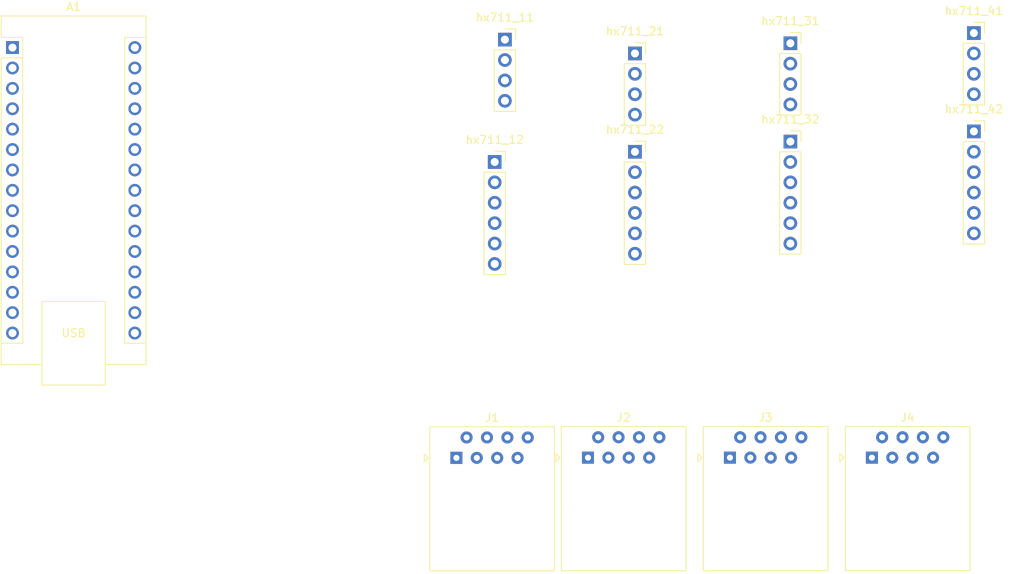
<source format=kicad_pcb>
(kicad_pcb (version 20240108) (generator "pcbnew") (generator_version "8.0")
  (layers (0 "F.Cu" signal) (31 "B.Cu" signal) (34 "B.Paste" user) (35 "F.Paste" user) (36 "B.SilkS" user "B.Silkscreen") (37 "F.SilkS" user "F.Silkscreen") (38 "B.Mask" user) (39 "F.Mask" user) (44 "Edge.Cuts" user))
  (net 0 "")
  (net 4 "DT2")
  (net 6 "DT1")
  (net 18 "SCK")
  (net 22 "DT3")
  (net 28 "DT4")
  (net 31 "5V")
  (net 32 "GND")
  (net 49 "Net-(hx711_12-Pin_6)")
  (net 50 "Net-(hx711_12-Pin_5)")
  (net 51 "Net-(hx711_12-Pin_4)")
  (net 52 "Net-(hx711_12-Pin_3)")
  (net 53 "Net-(hx711_22-Pin_3)")
  (net 54 "Net-(hx711_22-Pin_5)")
  (net 55 "Net-(hx711_22-Pin_6)")
  (net 56 "Net-(hx711_22-Pin_4)")
  (net 57 "Net-(hx711_32-Pin_4)")
  (net 58 "Net-(hx711_32-Pin_6)")
  (net 59 "Net-(hx711_32-Pin_3)")
  (net 60 "Net-(hx711_32-Pin_5)")
  (net 61 "Net-(hx711_42-Pin_3)")
  (net 62 "Net-(hx711_42-Pin_6)")
  (net 63 "Net-(hx711_42-Pin_5)")
  (net 64 "Net-(hx711_42-Pin_4)")
  (footprint "Connector_RJ:RJ45_Amphenol_54602-x08_Horizontal" (layer "F.Cu") (at 174.299577 82.576813)
    (property "Reference" "J1" (at 4.445 -5 0) (layer "F.SilkS"))
    (property "Value" "RJ45")
    (fp_line (start -4 -0.5) (end -4 0.5) (stroke (width 0.12)) (layer "F.SilkS"))
    (fp_line (start -4 0.5) (end -3.5 0) (stroke (width 0.12)) (layer "F.SilkS"))
    (fp_line (start -3.5 0) (end -4 -0.5) (stroke (width 0.12)) (layer "F.SilkS"))
    (fp_line (start -3.315 -3.88) (end -3.315 14.08) (stroke (width 0.12)) (layer "F.SilkS"))
    (fp_line (start -3.315 14.08) (end 12.205 14.08) (stroke (width 0.12)) (layer "F.SilkS"))
    (fp_line (start 12.205 -3.88) (end -3.315 -3.88) (stroke (width 0.12)) (layer "F.SilkS"))
    (fp_line (start 12.205 -3.88) (end 12.205 14.08) (stroke (width 0.12)) (layer "F.SilkS"))
    (pad "" np_thru_hole circle (at -1.27 6.35) (size 3.2 3.2) (drill 3.2) (layers "*.Cu" "*.Mask"))
    (pad "" np_thru_hole circle (at 10.16 6.35) (size 3.2 3.2) (drill 3.2) (layers "*.Cu" "*.Mask"))
    (pad "1" thru_hole rect (at 0 0) (size 1.5 1.5) (drill 0.76) (layers "*.Cu" "*.Mask") (net 52 "Net-(hx711_12-Pin_3)"))
    (pad "2" thru_hole circle (at 1.27 -2.54) (size 1.5 1.5) (drill 0.76) (layers "*.Cu" "*.Mask") (net 51 "Net-(hx711_12-Pin_4)"))
    (pad "3" thru_hole circle (at 2.54 0) (size 1.5 1.5) (drill 0.76) (layers "*.Cu" "*.Mask"))
    (pad "4" thru_hole circle (at 3.81 -2.54) (size 1.5 1.5) (drill 0.76) (layers "*.Cu" "*.Mask") (net 49 "Net-(hx711_12-Pin_6)"))
    (pad "5" thru_hole circle (at 5.08 0) (size 1.5 1.5) (drill 0.76) (layers "*.Cu" "*.Mask") (net 50 "Net-(hx711_12-Pin_5)"))
    (pad "6" thru_hole circle (at 6.35 -2.54) (size 1.5 1.5) (drill 0.76) (layers "*.Cu" "*.Mask"))
    (pad "7" thru_hole circle (at 7.62 0) (size 1.5 1.5) (drill 0.76) (layers "*.Cu" "*.Mask"))
    (pad "8" thru_hole circle (at 8.89 -2.54) (size 1.5 1.5) (drill 0.76) (layers "*.Cu" "*.Mask"))
  )
  (footprint "Connector_PinSocket_2.54mm:PinSocket_1x04_P2.54mm_Vertical" (layer "F.Cu") (at 180.34 30.48)
    (property "Reference" "hx711_11" (at 0 -2.77 360) (layer "F.SilkS"))
    (property "Value" "Conn_01x04_Pin")
    (fp_line (start -1.33 1.27) (end -1.33 8.95) (stroke (width 0.12)) (layer "F.SilkS"))
    (fp_line (start -1.33 1.27) (end 1.33 1.27) (stroke (width 0.12)) (layer "F.SilkS"))
    (fp_line (start -1.33 8.95) (end 1.33 8.95) (stroke (width 0.12)) (layer "F.SilkS"))
    (fp_line (start 0 -1.33) (end 1.33 -1.33) (stroke (width 0.12)) (layer "F.SilkS"))
    (fp_line (start 1.33 -1.33) (end 1.33 0) (stroke (width 0.12)) (layer "F.SilkS"))
    (fp_line (start 1.33 1.27) (end 1.33 8.95) (stroke (width 0.12)) (layer "F.SilkS"))
    (pad "1" thru_hole rect (at 0 0) (size 1.7 1.7) (drill 1) (layers "*.Cu" "*.Mask") (net 31 "5V"))
    (pad "2" thru_hole oval (at 0 2.54) (size 1.7 1.7) (drill 1) (layers "*.Cu" "*.Mask") (net 18 "SCK"))
    (pad "3" thru_hole oval (at 0 5.08) (size 1.7 1.7) (drill 1) (layers "*.Cu" "*.Mask") (net 6 "DT1"))
    (pad "4" thru_hole oval (at 0 7.62) (size 1.7 1.7) (drill 1) (layers "*.Cu" "*.Mask") (net 32 "GND"))
  )
  (footprint "Connector_PinSocket_2.54mm:PinSocket_1x06_P2.54mm_Vertical" (layer "F.Cu") (at 238.76 41.91)
    (property "Reference" "hx711_42" (at 0 -2.77 0) (layer "F.SilkS"))
    (property "Value" "Conn_01x06_Pin")
    (fp_line (start -1.33 1.27) (end -1.33 14.03) (stroke (width 0.12)) (layer "F.SilkS"))
    (fp_line (start -1.33 1.27) (end 1.33 1.27) (stroke (width 0.12)) (layer "F.SilkS"))
    (fp_line (start -1.33 14.03) (end 1.33 14.03) (stroke (width 0.12)) (layer "F.SilkS"))
    (fp_line (start 0 -1.33) (end 1.33 -1.33) (stroke (width 0.12)) (layer "F.SilkS"))
    (fp_line (start 1.33 -1.33) (end 1.33 0) (stroke (width 0.12)) (layer "F.SilkS"))
    (fp_line (start 1.33 1.27) (end 1.33 14.03) (stroke (width 0.12)) (layer "F.SilkS"))
    (pad "1" thru_hole rect (at 0 0) (size 1.7 1.7) (drill 1) (layers "*.Cu" "*.Mask"))
    (pad "2" thru_hole oval (at 0 2.54) (size 1.7 1.7) (drill 1) (layers "*.Cu" "*.Mask"))
    (pad "3" thru_hole oval (at 0 5.08) (size 1.7 1.7) (drill 1) (layers "*.Cu" "*.Mask") (net 61 "Net-(hx711_42-Pin_3)"))
    (pad "4" thru_hole oval (at 0 7.62) (size 1.7 1.7) (drill 1) (layers "*.Cu" "*.Mask") (net 64 "Net-(hx711_42-Pin_4)"))
    (pad "5" thru_hole oval (at 0 10.16) (size 1.7 1.7) (drill 1) (layers "*.Cu" "*.Mask") (net 63 "Net-(hx711_42-Pin_5)"))
    (pad "6" thru_hole oval (at 0 12.7) (size 1.7 1.7) (drill 1) (layers "*.Cu" "*.Mask") (net 62 "Net-(hx711_42-Pin_6)"))
  )
  (footprint "Connector_PinSocket_2.54mm:PinSocket_1x04_P2.54mm_Vertical" (layer "F.Cu") (at 238.76 29.66)
    (property "Reference" "hx711_41" (at 0 -2.77 0) (layer "F.SilkS"))
    (property "Value" "Conn_01x04_Pin")
    (fp_line (start -1.33 1.27) (end -1.33 8.95) (stroke (width 0.12)) (layer "F.SilkS"))
    (fp_line (start -1.33 1.27) (end 1.33 1.27) (stroke (width 0.12)) (layer "F.SilkS"))
    (fp_line (start -1.33 8.95) (end 1.33 8.95) (stroke (width 0.12)) (layer "F.SilkS"))
    (fp_line (start 0 -1.33) (end 1.33 -1.33) (stroke (width 0.12)) (layer "F.SilkS"))
    (fp_line (start 1.33 -1.33) (end 1.33 0) (stroke (width 0.12)) (layer "F.SilkS"))
    (fp_line (start 1.33 1.27) (end 1.33 8.95) (stroke (width 0.12)) (layer "F.SilkS"))
    (pad "1" thru_hole rect (at 0 0) (size 1.7 1.7) (drill 1) (layers "*.Cu" "*.Mask") (net 31 "5V"))
    (pad "2" thru_hole oval (at 0 2.54) (size 1.7 1.7) (drill 1) (layers "*.Cu" "*.Mask") (net 18 "SCK"))
    (pad "3" thru_hole oval (at 0 5.08) (size 1.7 1.7) (drill 1) (layers "*.Cu" "*.Mask") (net 28 "DT4"))
    (pad "4" thru_hole oval (at 0 7.62) (size 1.7 1.7) (drill 1) (layers "*.Cu" "*.Mask") (net 32 "GND"))
  )
  (footprint "Connector_PinSocket_2.54mm:PinSocket_1x06_P2.54mm_Vertical" (layer "F.Cu") (at 179.07 45.72)
    (property "Reference" "hx711_12" (at 0 -2.77 360) (layer "F.SilkS"))
    (property "Value" "Conn_01x06_Pin")
    (fp_line (start -1.33 1.27) (end -1.33 14.03) (stroke (width 0.12)) (layer "F.SilkS"))
    (fp_line (start -1.33 1.27) (end 1.33 1.27) (stroke (width 0.12)) (layer "F.SilkS"))
    (fp_line (start -1.33 14.03) (end 1.33 14.03) (stroke (width 0.12)) (layer "F.SilkS"))
    (fp_line (start 0 -1.33) (end 1.33 -1.33) (stroke (width 0.12)) (layer "F.SilkS"))
    (fp_line (start 1.33 -1.33) (end 1.33 0) (stroke (width 0.12)) (layer "F.SilkS"))
    (fp_line (start 1.33 1.27) (end 1.33 14.03) (stroke (width 0.12)) (layer "F.SilkS"))
    (pad "1" thru_hole rect (at 0 0) (size 1.7 1.7) (drill 1) (layers "*.Cu" "*.Mask"))
    (pad "2" thru_hole oval (at 0 2.54) (size 1.7 1.7) (drill 1) (layers "*.Cu" "*.Mask"))
    (pad "3" thru_hole oval (at 0 5.08) (size 1.7 1.7) (drill 1) (layers "*.Cu" "*.Mask") (net 52 "Net-(hx711_12-Pin_3)"))
    (pad "4" thru_hole oval (at 0 7.62) (size 1.7 1.7) (drill 1) (layers "*.Cu" "*.Mask") (net 51 "Net-(hx711_12-Pin_4)"))
    (pad "5" thru_hole oval (at 0 10.16) (size 1.7 1.7) (drill 1) (layers "*.Cu" "*.Mask") (net 50 "Net-(hx711_12-Pin_5)"))
    (pad "6" thru_hole oval (at 0 12.7) (size 1.7 1.7) (drill 1) (layers "*.Cu" "*.Mask") (net 49 "Net-(hx711_12-Pin_6)"))
  )
  (footprint "Module:Arduino_Nano" (layer "F.Cu") (at 119 31.47)
    (property "Reference" "A1" (at 7.62 -5.08 0) (layer "F.SilkS"))
    (property "Value" "Arduino_Nano_v3.x")
    (fp_line (start -1.4 -3.94) (end -1.4 -1.27) (stroke (width 0.12)) (layer "F.SilkS"))
    (fp_line (start -1.4 1.27) (end -1.4 39.5) (stroke (width 0.12)) (layer "F.SilkS"))
    (fp_line (start -1.4 39.5) (end 3.68 39.5) (stroke (width 0.12)) (layer "F.SilkS"))
    (fp_line (start 1.27 -1.27) (end -1.4 -1.27) (stroke (width 0.12)) (layer "F.SilkS"))
    (fp_line (start 1.27 1.27) (end -1.4 1.27) (stroke (width 0.12)) (layer "F.SilkS"))
    (fp_line (start 1.27 1.27) (end 1.27 -1.27) (stroke (width 0.12)) (layer "F.SilkS"))
    (fp_line (start 1.27 1.27) (end 1.27 36.83) (stroke (width 0.12)) (layer "F.SilkS"))
    (fp_line (start 1.27 36.83) (end -1.4 36.83) (stroke (width 0.12)) (layer "F.SilkS"))
    (fp_line (start 3.68 31.62) (end 11.56 31.62) (stroke (width 0.12)) (layer "F.SilkS"))
    (fp_line (start 3.68 42.04) (end 3.68 31.62) (stroke (width 0.12)) (layer "F.SilkS"))
    (fp_line (start 11.56 31.62) (end 11.56 42.04) (stroke (width 0.12)) (layer "F.SilkS"))
    (fp_line (start 11.56 42.04) (end 3.68 42.04) (stroke (width 0.12)) (layer "F.SilkS"))
    (fp_line (start 13.97 -1.27) (end 13.97 36.83) (stroke (width 0.12)) (layer "F.SilkS"))
    (fp_line (start 13.97 -1.27) (end 16.64 -1.27) (stroke (width 0.12)) (layer "F.SilkS"))
    (fp_line (start 13.97 36.83) (end 16.64 36.83) (stroke (width 0.12)) (layer "F.SilkS"))
    (fp_line (start 16.64 -3.94) (end -1.4 -3.94) (stroke (width 0.12)) (layer "F.SilkS"))
    (fp_line (start 16.64 39.5) (end 11.56 39.5) (stroke (width 0.12)) (layer "F.SilkS"))
    (fp_line (start 16.64 39.5) (end 16.64 -3.94) (stroke (width 0.12)) (layer "F.SilkS"))
    (fp_text user "USB" (at 7.62 35.56 0) (layer "F.SilkS"))
    (pad "1" thru_hole rect (at 0 0) (size 1.6 1.6) (drill 1) (layers "*.Cu" "*.Mask"))
    (pad "2" thru_hole oval (at 0 2.54) (size 1.6 1.6) (drill 1) (layers "*.Cu" "*.Mask"))
    (pad "3" thru_hole oval (at 0 5.08) (size 1.6 1.6) (drill 1) (layers "*.Cu" "*.Mask"))
    (pad "4" thru_hole oval (at 0 7.62) (size 1.6 1.6) (drill 1) (layers "*.Cu" "*.Mask"))
    (pad "5" thru_hole oval (at 0 10.16) (size 1.6 1.6) (drill 1) (layers "*.Cu" "*.Mask") (net 18 "SCK"))
    (pad "6" thru_hole oval (at 0 12.7) (size 1.6 1.6) (drill 1) (layers "*.Cu" "*.Mask") (net 6 "DT1"))
    (pad "7" thru_hole oval (at 0 15.24) (size 1.6 1.6) (drill 1) (layers "*.Cu" "*.Mask") (net 4 "DT2"))
    (pad "8" thru_hole oval (at 0 17.78) (size 1.6 1.6) (drill 1) (layers "*.Cu" "*.Mask") (net 22 "DT3"))
    (pad "9" thru_hole oval (at 0 20.32) (size 1.6 1.6) (drill 1) (layers "*.Cu" "*.Mask") (net 28 "DT4"))
    (pad "10" thru_hole oval (at 0 22.86) (size 1.6 1.6) (drill 1) (layers "*.Cu" "*.Mask"))
    (pad "11" thru_hole oval (at 0 25.4) (size 1.6 1.6) (drill 1) (layers "*.Cu" "*.Mask"))
    (pad "12" thru_hole oval (at 0 27.94) (size 1.6 1.6) (drill 1) (layers "*.Cu" "*.Mask"))
    (pad "13" thru_hole oval (at 0 30.48) (size 1.6 1.6) (drill 1) (layers "*.Cu" "*.Mask"))
    (pad "14" thru_hole oval (at 0 33.02) (size 1.6 1.6) (drill 1) (layers "*.Cu" "*.Mask"))
    (pad "15" thru_hole oval (at 0 35.56) (size 1.6 1.6) (drill 1) (layers "*.Cu" "*.Mask"))
    (pad "16" thru_hole oval (at 15.24 35.56) (size 1.6 1.6) (drill 1) (layers "*.Cu" "*.Mask"))
    (pad "17" thru_hole oval (at 15.24 33.02) (size 1.6 1.6) (drill 1) (layers "*.Cu" "*.Mask"))
    (pad "18" thru_hole oval (at 15.24 30.48) (size 1.6 1.6) (drill 1) (layers "*.Cu" "*.Mask"))
    (pad "19" thru_hole oval (at 15.24 27.94) (size 1.6 1.6) (drill 1) (layers "*.Cu" "*.Mask"))
    (pad "20" thru_hole oval (at 15.24 25.4) (size 1.6 1.6) (drill 1) (layers "*.Cu" "*.Mask"))
    (pad "21" thru_hole oval (at 15.24 22.86) (size 1.6 1.6) (drill 1) (layers "*.Cu" "*.Mask"))
    (pad "22" thru_hole oval (at 15.24 20.32) (size 1.6 1.6) (drill 1) (layers "*.Cu" "*.Mask"))
    (pad "23" thru_hole oval (at 15.24 17.78) (size 1.6 1.6) (drill 1) (layers "*.Cu" "*.Mask"))
    (pad "24" thru_hole oval (at 15.24 15.24) (size 1.6 1.6) (drill 1) (layers "*.Cu" "*.Mask"))
    (pad "25" thru_hole oval (at 15.24 12.7) (size 1.6 1.6) (drill 1) (layers "*.Cu" "*.Mask"))
    (pad "26" thru_hole oval (at 15.24 10.16) (size 1.6 1.6) (drill 1) (layers "*.Cu" "*.Mask"))
    (pad "27" thru_hole oval (at 15.24 7.62) (size 1.6 1.6) (drill 1) (layers "*.Cu" "*.Mask"))
    (pad "28" thru_hole oval (at 15.24 5.08) (size 1.6 1.6) (drill 1) (layers "*.Cu" "*.Mask"))
    (pad "29" thru_hole oval (at 15.24 2.54) (size 1.6 1.6) (drill 1) (layers "*.Cu" "*.Mask"))
    (pad "30" thru_hole oval (at 15.24 0) (size 1.6 1.6) (drill 1) (layers "*.Cu" "*.Mask"))
  )
  (footprint "Connector_PinSocket_2.54mm:PinSocket_1x04_P2.54mm_Vertical" (layer "F.Cu") (at 196.54 32.2)
    (property "Reference" "hx711_21" (at 0 -2.77 0) (layer "F.SilkS"))
    (property "Value" "Conn_01x04_Pin")
    (fp_line (start -1.33 1.27) (end -1.33 8.95) (stroke (width 0.12)) (layer "F.SilkS"))
    (fp_line (start -1.33 1.27) (end 1.33 1.27) (stroke (width 0.12)) (layer "F.SilkS"))
    (fp_line (start -1.33 8.95) (end 1.33 8.95) (stroke (width 0.12)) (layer "F.SilkS"))
    (fp_line (start 0 -1.33) (end 1.33 -1.33) (stroke (width 0.12)) (layer "F.SilkS"))
    (fp_line (start 1.33 -1.33) (end 1.33 0) (stroke (width 0.12)) (layer "F.SilkS"))
    (fp_line (start 1.33 1.27) (end 1.33 8.95) (stroke (width 0.12)) (layer "F.SilkS"))
    (pad "1" thru_hole rect (at 0 0) (size 1.7 1.7) (drill 1) (layers "*.Cu" "*.Mask") (net 31 "5V"))
    (pad "2" thru_hole oval (at 0 2.54) (size 1.7 1.7) (drill 1) (layers "*.Cu" "*.Mask") (net 18 "SCK"))
    (pad "3" thru_hole oval (at 0 5.08) (size 1.7 1.7) (drill 1) (layers "*.Cu" "*.Mask") (net 4 "DT2"))
    (pad "4" thru_hole oval (at 0 7.62) (size 1.7 1.7) (drill 1) (layers "*.Cu" "*.Mask") (net 32 "GND"))
  )
  (footprint "Connector_PinSocket_2.54mm:PinSocket_1x04_P2.54mm_Vertical" (layer "F.Cu") (at 215.9 30.93)
    (property "Reference" "hx711_31" (at 0 -2.77 0) (layer "F.SilkS"))
    (property "Value" "Conn_01x04_Pin")
    (fp_line (start -1.33 1.27) (end -1.33 8.95) (stroke (width 0.12)) (layer "F.SilkS"))
    (fp_line (start -1.33 1.27) (end 1.33 1.27) (stroke (width 0.12)) (layer "F.SilkS"))
    (fp_line (start -1.33 8.95) (end 1.33 8.95) (stroke (width 0.12)) (layer "F.SilkS"))
    (fp_line (start 0 -1.33) (end 1.33 -1.33) (stroke (width 0.12)) (layer "F.SilkS"))
    (fp_line (start 1.33 -1.33) (end 1.33 0) (stroke (width 0.12)) (layer "F.SilkS"))
    (fp_line (start 1.33 1.27) (end 1.33 8.95) (stroke (width 0.12)) (layer "F.SilkS"))
    (pad "1" thru_hole rect (at 0 0) (size 1.7 1.7) (drill 1) (layers "*.Cu" "*.Mask") (net 31 "5V"))
    (pad "2" thru_hole oval (at 0 2.54) (size 1.7 1.7) (drill 1) (layers "*.Cu" "*.Mask") (net 18 "SCK"))
    (pad "3" thru_hole oval (at 0 5.08) (size 1.7 1.7) (drill 1) (layers "*.Cu" "*.Mask") (net 22 "DT3"))
    (pad "4" thru_hole oval (at 0 7.62) (size 1.7 1.7) (drill 1) (layers "*.Cu" "*.Mask") (net 32 "GND"))
  )
  (footprint "Connector_PinSocket_2.54mm:PinSocket_1x06_P2.54mm_Vertical" (layer "F.Cu") (at 196.54 44.45)
    (property "Reference" "hx711_22" (at 0 -2.77 0) (layer "F.SilkS"))
    (property "Value" "Conn_01x06_Pin")
    (fp_line (start -1.33 1.27) (end -1.33 14.03) (stroke (width 0.12)) (layer "F.SilkS"))
    (fp_line (start -1.33 1.27) (end 1.33 1.27) (stroke (width 0.12)) (layer "F.SilkS"))
    (fp_line (start -1.33 14.03) (end 1.33 14.03) (stroke (width 0.12)) (layer "F.SilkS"))
    (fp_line (start 0 -1.33) (end 1.33 -1.33) (stroke (width 0.12)) (layer "F.SilkS"))
    (fp_line (start 1.33 -1.33) (end 1.33 0) (stroke (width 0.12)) (layer "F.SilkS"))
    (fp_line (start 1.33 1.27) (end 1.33 14.03) (stroke (width 0.12)) (layer "F.SilkS"))
    (pad "1" thru_hole rect (at 0 0) (size 1.7 1.7) (drill 1) (layers "*.Cu" "*.Mask"))
    (pad "2" thru_hole oval (at 0 2.54) (size 1.7 1.7) (drill 1) (layers "*.Cu" "*.Mask"))
    (pad "3" thru_hole oval (at 0 5.08) (size 1.7 1.7) (drill 1) (layers "*.Cu" "*.Mask") (net 53 "Net-(hx711_22-Pin_3)"))
    (pad "4" thru_hole oval (at 0 7.62) (size 1.7 1.7) (drill 1) (layers "*.Cu" "*.Mask") (net 56 "Net-(hx711_22-Pin_4)"))
    (pad "5" thru_hole oval (at 0 10.16) (size 1.7 1.7) (drill 1) (layers "*.Cu" "*.Mask") (net 54 "Net-(hx711_22-Pin_5)"))
    (pad "6" thru_hole oval (at 0 12.7) (size 1.7 1.7) (drill 1) (layers "*.Cu" "*.Mask") (net 55 "Net-(hx711_22-Pin_6)"))
  )
  (footprint "Connector_RJ:RJ45_Amphenol_54602-x08_Horizontal" (layer "F.Cu") (at 226.06 82.55)
    (property "Reference" "J4" (at 4.445 -5 0) (layer "F.SilkS"))
    (property "Value" "RJ45")
    (fp_line (start -4 -0.5) (end -4 0.5) (stroke (width 0.12)) (layer "F.SilkS"))
    (fp_line (start -4 0.5) (end -3.5 0) (stroke (width 0.12)) (layer "F.SilkS"))
    (fp_line (start -3.5 0) (end -4 -0.5) (stroke (width 0.12)) (layer "F.SilkS"))
    (fp_line (start -3.315 -3.88) (end -3.315 14.08) (stroke (width 0.12)) (layer "F.SilkS"))
    (fp_line (start -3.315 14.08) (end 12.205 14.08) (stroke (width 0.12)) (layer "F.SilkS"))
    (fp_line (start 12.205 -3.88) (end -3.315 -3.88) (stroke (width 0.12)) (layer "F.SilkS"))
    (fp_line (start 12.205 -3.88) (end 12.205 14.08) (stroke (width 0.12)) (layer "F.SilkS"))
    (pad "" np_thru_hole circle (at -1.27 6.35) (size 3.2 3.2) (drill 3.2) (layers "*.Cu" "*.Mask"))
    (pad "" np_thru_hole circle (at 10.16 6.35) (size 3.2 3.2) (drill 3.2) (layers "*.Cu" "*.Mask"))
    (pad "1" thru_hole rect (at 0 0) (size 1.5 1.5) (drill 0.76) (layers "*.Cu" "*.Mask") (net 61 "Net-(hx711_42-Pin_3)"))
    (pad "2" thru_hole circle (at 1.27 -2.54) (size 1.5 1.5) (drill 0.76) (layers "*.Cu" "*.Mask") (net 64 "Net-(hx711_42-Pin_4)"))
    (pad "3" thru_hole circle (at 2.54 0) (size 1.5 1.5) (drill 0.76) (layers "*.Cu" "*.Mask"))
    (pad "4" thru_hole circle (at 3.81 -2.54) (size 1.5 1.5) (drill 0.76) (layers "*.Cu" "*.Mask") (net 62 "Net-(hx711_42-Pin_6)"))
    (pad "5" thru_hole circle (at 5.08 0) (size 1.5 1.5) (drill 0.76) (layers "*.Cu" "*.Mask") (net 63 "Net-(hx711_42-Pin_5)"))
    (pad "6" thru_hole circle (at 6.35 -2.54) (size 1.5 1.5) (drill 0.76) (layers "*.Cu" "*.Mask"))
    (pad "7" thru_hole circle (at 7.62 0) (size 1.5 1.5) (drill 0.76) (layers "*.Cu" "*.Mask"))
    (pad "8" thru_hole circle (at 8.89 -2.54) (size 1.5 1.5) (drill 0.76) (layers "*.Cu" "*.Mask"))
  )
  (footprint "Connector_RJ:RJ45_Amphenol_54602-x08_Horizontal" (layer "F.Cu") (at 208.375 82.55)
    (property "Reference" "J3" (at 4.445 -5 0) (layer "F.SilkS"))
    (property "Value" "RJ45")
    (fp_line (start -4 -0.5) (end -4 0.5) (stroke (width 0.12)) (layer "F.SilkS"))
    (fp_line (start -4 0.5) (end -3.5 0) (stroke (width 0.12)) (layer "F.SilkS"))
    (fp_line (start -3.5 0) (end -4 -0.5) (stroke (width 0.12)) (layer "F.SilkS"))
    (fp_line (start -3.315 -3.88) (end -3.315 14.08) (stroke (width 0.12)) (layer "F.SilkS"))
    (fp_line (start -3.315 14.08) (end 12.205 14.08) (stroke (width 0.12)) (layer "F.SilkS"))
    (fp_line (start 12.205 -3.88) (end -3.315 -3.88) (stroke (width 0.12)) (layer "F.SilkS"))
    (fp_line (start 12.205 -3.88) (end 12.205 14.08) (stroke (width 0.12)) (layer "F.SilkS"))
    (pad "" np_thru_hole circle (at -1.27 6.35) (size 3.2 3.2) (drill 3.2) (layers "*.Cu" "*.Mask"))
    (pad "" np_thru_hole circle (at 10.16 6.35) (size 3.2 3.2) (drill 3.2) (layers "*.Cu" "*.Mask"))
    (pad "1" thru_hole rect (at 0 0) (size 1.5 1.5) (drill 0.76) (layers "*.Cu" "*.Mask") (net 59 "Net-(hx711_32-Pin_3)"))
    (pad "2" thru_hole circle (at 1.27 -2.54) (size 1.5 1.5) (drill 0.76) (layers "*.Cu" "*.Mask") (net 57 "Net-(hx711_32-Pin_4)"))
    (pad "3" thru_hole circle (at 2.54 0) (size 1.5 1.5) (drill 0.76) (layers "*.Cu" "*.Mask"))
    (pad "4" thru_hole circle (at 3.81 -2.54) (size 1.5 1.5) (drill 0.76) (layers "*.Cu" "*.Mask") (net 58 "Net-(hx711_32-Pin_6)"))
    (pad "5" thru_hole circle (at 5.08 0) (size 1.5 1.5) (drill 0.76) (layers "*.Cu" "*.Mask") (net 60 "Net-(hx711_32-Pin_5)"))
    (pad "6" thru_hole circle (at 6.35 -2.54) (size 1.5 1.5) (drill 0.76) (layers "*.Cu" "*.Mask"))
    (pad "7" thru_hole circle (at 7.62 0) (size 1.5 1.5) (drill 0.76) (layers "*.Cu" "*.Mask"))
    (pad "8" thru_hole circle (at 8.89 -2.54) (size 1.5 1.5) (drill 0.76) (layers "*.Cu" "*.Mask"))
  )
  (footprint "Connector_PinSocket_2.54mm:PinSocket_1x06_P2.54mm_Vertical" (layer "F.Cu") (at 215.9 43.18)
    (property "Reference" "hx711_32" (at 0 -2.77 0) (layer "F.SilkS"))
    (property "Value" "Conn_01x06_Pin")
    (fp_line (start -1.33 1.27) (end -1.33 14.03) (stroke (width 0.12)) (layer "F.SilkS"))
    (fp_line (start -1.33 1.27) (end 1.33 1.27) (stroke (width 0.12)) (layer "F.SilkS"))
    (fp_line (start -1.33 14.03) (end 1.33 14.03) (stroke (width 0.12)) (layer "F.SilkS"))
    (fp_line (start 0 -1.33) (end 1.33 -1.33) (stroke (width 0.12)) (layer "F.SilkS"))
    (fp_line (start 1.33 -1.33) (end 1.33 0) (stroke (width 0.12)) (layer "F.SilkS"))
    (fp_line (start 1.33 1.27) (end 1.33 14.03) (stroke (width 0.12)) (layer "F.SilkS"))
    (pad "1" thru_hole rect (at 0 0) (size 1.7 1.7) (drill 1) (layers "*.Cu" "*.Mask"))
    (pad "2" thru_hole oval (at 0 2.54) (size 1.7 1.7) (drill 1) (layers "*.Cu" "*.Mask"))
    (pad "3" thru_hole oval (at 0 5.08) (size 1.7 1.7) (drill 1) (layers "*.Cu" "*.Mask") (net 59 "Net-(hx711_32-Pin_3)"))
    (pad "4" thru_hole oval (at 0 7.62) (size 1.7 1.7) (drill 1) (layers "*.Cu" "*.Mask") (net 57 "Net-(hx711_32-Pin_4)"))
    (pad "5" thru_hole oval (at 0 10.16) (size 1.7 1.7) (drill 1) (layers "*.Cu" "*.Mask") (net 60 "Net-(hx711_32-Pin_5)"))
    (pad "6" thru_hole oval (at 0 12.7) (size 1.7 1.7) (drill 1) (layers "*.Cu" "*.Mask") (net 58 "Net-(hx711_32-Pin_6)"))
  )
  (footprint "Connector_RJ:RJ45_Amphenol_54602-x08_Horizontal" (layer "F.Cu") (at 190.69 82.55)
    (property "Reference" "J2" (at 4.445 -5 0) (layer "F.SilkS"))
    (property "Value" "RJ45")
    (fp_line (start -4 -0.5) (end -4 0.5) (stroke (width 0.12)) (layer "F.SilkS"))
    (fp_line (start -4 0.5) (end -3.5 0) (stroke (width 0.12)) (layer "F.SilkS"))
    (fp_line (start -3.5 0) (end -4 -0.5) (stroke (width 0.12)) (layer "F.SilkS"))
    (fp_line (start -3.315 -3.88) (end -3.315 14.08) (stroke (width 0.12)) (layer "F.SilkS"))
    (fp_line (start -3.315 14.08) (end 12.205 14.08) (stroke (width 0.12)) (layer "F.SilkS"))
    (fp_line (start 12.205 -3.88) (end -3.315 -3.88) (stroke (width 0.12)) (layer "F.SilkS"))
    (fp_line (start 12.205 -3.88) (end 12.205 14.08) (stroke (width 0.12)) (layer "F.SilkS"))
    (pad "" np_thru_hole circle (at -1.27 6.35) (size 3.2 3.2) (drill 3.2) (layers "*.Cu" "*.Mask"))
    (pad "" np_thru_hole circle (at 10.16 6.35) (size 3.2 3.2) (drill 3.2) (layers "*.Cu" "*.Mask"))
    (pad "1" thru_hole rect (at 0 0) (size 1.5 1.5) (drill 0.76) (layers "*.Cu" "*.Mask") (net 53 "Net-(hx711_22-Pin_3)"))
    (pad "2" thru_hole circle (at 1.27 -2.54) (size 1.5 1.5) (drill 0.76) (layers "*.Cu" "*.Mask") (net 56 "Net-(hx711_22-Pin_4)"))
    (pad "3" thru_hole circle (at 2.54 0) (size 1.5 1.5) (drill 0.76) (layers "*.Cu" "*.Mask"))
    (pad "4" thru_hole circle (at 3.81 -2.54) (size 1.5 1.5) (drill 0.76) (layers "*.Cu" "*.Mask") (net 55 "Net-(hx711_22-Pin_6)"))
    (pad "5" thru_hole circle (at 5.08 0) (size 1.5 1.5) (drill 0.76) (layers "*.Cu" "*.Mask") (net 54 "Net-(hx711_22-Pin_5)"))
    (pad "6" thru_hole circle (at 6.35 -2.54) (size 1.5 1.5) (drill 0.76) (layers "*.Cu" "*.Mask"))
    (pad "7" thru_hole circle (at 7.62 0) (size 1.5 1.5) (drill 0.76) (layers "*.Cu" "*.Mask"))
    (pad "8" thru_hole circle (at 8.89 -2.54) (size 1.5 1.5) (drill 0.76) (layers "*.Cu" "*.Mask"))
  )
)
</source>
